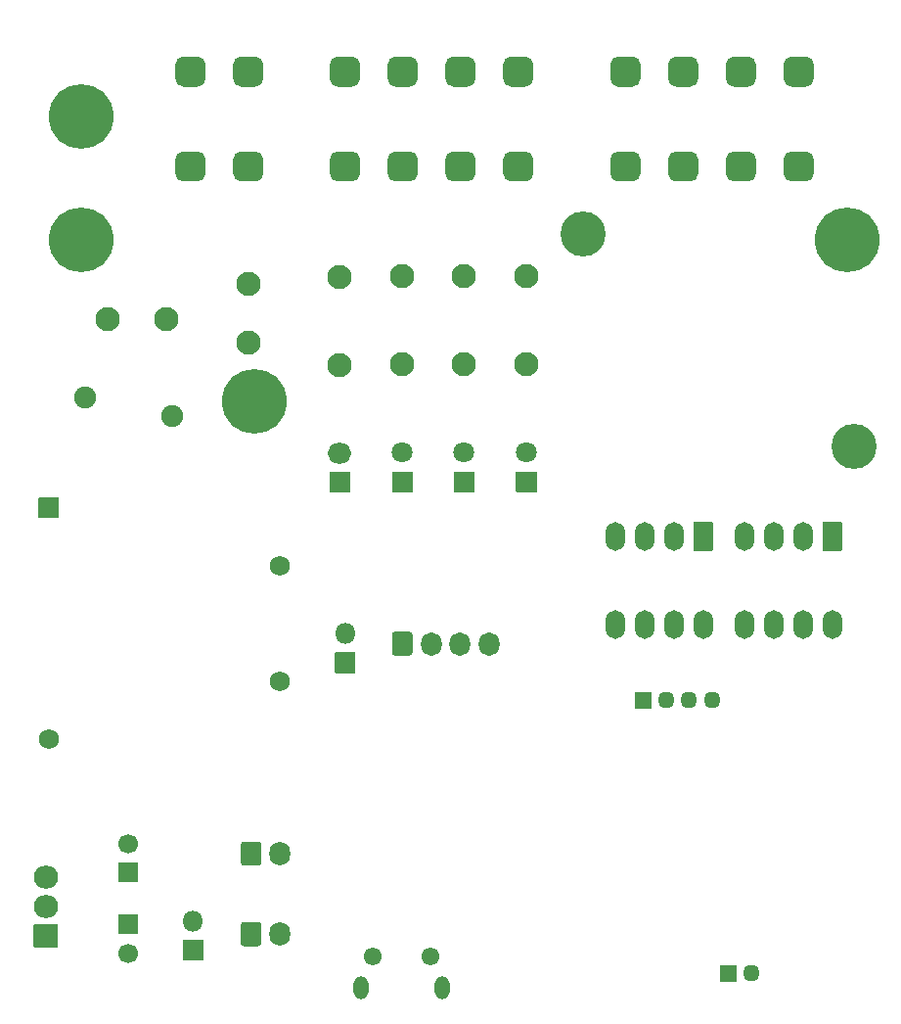
<source format=gbr>
G04 #@! TF.GenerationSoftware,KiCad,Pcbnew,(5.1.12)-1*
G04 #@! TF.CreationDate,2022-01-16T14:13:14-03:00*
G04 #@! TF.ProjectId,hamodule,68616d6f-6475-46c6-952e-6b696361645f,rev?*
G04 #@! TF.SameCoordinates,Original*
G04 #@! TF.FileFunction,Soldermask,Bot*
G04 #@! TF.FilePolarity,Negative*
%FSLAX46Y46*%
G04 Gerber Fmt 4.6, Leading zero omitted, Abs format (unit mm)*
G04 Created by KiCad (PCBNEW (5.1.12)-1) date 2022-01-16 14:13:14*
%MOMM*%
%LPD*%
G01*
G04 APERTURE LIST*
%ADD10C,3.900000*%
%ADD11C,2.700000*%
%ADD12O,1.450000X1.450000*%
%ADD13C,1.550000*%
%ADD14O,1.300000X2.000000*%
%ADD15O,1.800000X2.050000*%
%ADD16O,1.700000X2.500000*%
%ADD17C,5.600000*%
%ADD18O,2.050000X1.800000*%
%ADD19C,2.100000*%
%ADD20C,1.800000*%
%ADD21C,1.700000*%
%ADD22O,2.100000X2.005000*%
%ADD23C,1.750000*%
%ADD24O,1.800000X1.800000*%
%ADD25O,1.800000X2.100000*%
%ADD26C,1.900000*%
G04 APERTURE END LIST*
D10*
X175704500Y-84899500D03*
D11*
X175704500Y-84899500D03*
D10*
X199174100Y-103289100D03*
D11*
X199174100Y-103289100D03*
D12*
X190277500Y-148844000D03*
G36*
G01*
X188952500Y-149569000D02*
X187602500Y-149569000D01*
G75*
G02*
X187552500Y-149519000I0J50000D01*
G01*
X187552500Y-148169000D01*
G75*
G02*
X187602500Y-148119000I50000J0D01*
G01*
X188952500Y-148119000D01*
G75*
G02*
X189002500Y-148169000I0J-50000D01*
G01*
X189002500Y-149519000D01*
G75*
G02*
X188952500Y-149569000I-50000J0D01*
G01*
G37*
G36*
G01*
X181586500Y-125947000D02*
X180236500Y-125947000D01*
G75*
G02*
X180186500Y-125897000I0J50000D01*
G01*
X180186500Y-124547000D01*
G75*
G02*
X180236500Y-124497000I50000J0D01*
G01*
X181586500Y-124497000D01*
G75*
G02*
X181636500Y-124547000I0J-50000D01*
G01*
X181636500Y-125897000D01*
G75*
G02*
X181586500Y-125947000I-50000J0D01*
G01*
G37*
X182911500Y-125222000D03*
X184911500Y-125222000D03*
X186911500Y-125222000D03*
D13*
X157505000Y-147414000D03*
X162505000Y-147414000D03*
D14*
X156505000Y-150114000D03*
X163505000Y-150114000D03*
D15*
X167576500Y-120332500D03*
X165076500Y-120332500D03*
X162576500Y-120332500D03*
G36*
G01*
X159176500Y-121092795D02*
X159176500Y-119572205D01*
G75*
G02*
X159441205Y-119307500I264705J0D01*
G01*
X160711795Y-119307500D01*
G75*
G02*
X160976500Y-119572205I0J-264705D01*
G01*
X160976500Y-121092795D01*
G75*
G02*
X160711795Y-121357500I-264705J0D01*
G01*
X159441205Y-121357500D01*
G75*
G02*
X159176500Y-121092795I0J264705D01*
G01*
G37*
D16*
X197294500Y-118681500D03*
X189674500Y-111061500D03*
X194754500Y-118681500D03*
X192214500Y-111061500D03*
X192214500Y-118681500D03*
X194754500Y-111061500D03*
X189674500Y-118681500D03*
G36*
G01*
X196494500Y-109811500D02*
X198094500Y-109811500D01*
G75*
G02*
X198144500Y-109861500I0J-50000D01*
G01*
X198144500Y-112261500D01*
G75*
G02*
X198094500Y-112311500I-50000J0D01*
G01*
X196494500Y-112311500D01*
G75*
G02*
X196444500Y-112261500I0J50000D01*
G01*
X196444500Y-109861500D01*
G75*
G02*
X196494500Y-109811500I50000J0D01*
G01*
G37*
X186118500Y-118681500D03*
X178498500Y-111061500D03*
X183578500Y-118681500D03*
X181038500Y-111061500D03*
X181038500Y-118681500D03*
X183578500Y-111061500D03*
X178498500Y-118681500D03*
G36*
G01*
X185318500Y-109811500D02*
X186918500Y-109811500D01*
G75*
G02*
X186968500Y-109861500I0J-50000D01*
G01*
X186968500Y-112261500D01*
G75*
G02*
X186918500Y-112311500I-50000J0D01*
G01*
X185318500Y-112311500D01*
G75*
G02*
X185268500Y-112261500I0J50000D01*
G01*
X185268500Y-109861500D01*
G75*
G02*
X185318500Y-109811500I50000J0D01*
G01*
G37*
D17*
X132270500Y-74739500D03*
X198564500Y-85407500D03*
X132270500Y-85407500D03*
G36*
G01*
X195687500Y-78407500D02*
X195687500Y-79707500D01*
G75*
G02*
X195037500Y-80357500I-650000J0D01*
G01*
X193737500Y-80357500D01*
G75*
G02*
X193087500Y-79707500I0J650000D01*
G01*
X193087500Y-78407500D01*
G75*
G02*
X193737500Y-77757500I650000J0D01*
G01*
X195037500Y-77757500D01*
G75*
G02*
X195687500Y-78407500I0J-650000D01*
G01*
G37*
G36*
G01*
X190687500Y-78407500D02*
X190687500Y-79707500D01*
G75*
G02*
X190037500Y-80357500I-650000J0D01*
G01*
X188737500Y-80357500D01*
G75*
G02*
X188087500Y-79707500I0J650000D01*
G01*
X188087500Y-78407500D01*
G75*
G02*
X188737500Y-77757500I650000J0D01*
G01*
X190037500Y-77757500D01*
G75*
G02*
X190687500Y-78407500I0J-650000D01*
G01*
G37*
G36*
G01*
X185687500Y-78407500D02*
X185687500Y-79707500D01*
G75*
G02*
X185037500Y-80357500I-650000J0D01*
G01*
X183737500Y-80357500D01*
G75*
G02*
X183087500Y-79707500I0J650000D01*
G01*
X183087500Y-78407500D01*
G75*
G02*
X183737500Y-77757500I650000J0D01*
G01*
X185037500Y-77757500D01*
G75*
G02*
X185687500Y-78407500I0J-650000D01*
G01*
G37*
G36*
G01*
X180687500Y-78407500D02*
X180687500Y-79707500D01*
G75*
G02*
X180037500Y-80357500I-650000J0D01*
G01*
X178737500Y-80357500D01*
G75*
G02*
X178087500Y-79707500I0J650000D01*
G01*
X178087500Y-78407500D01*
G75*
G02*
X178737500Y-77757500I650000J0D01*
G01*
X180037500Y-77757500D01*
G75*
G02*
X180687500Y-78407500I0J-650000D01*
G01*
G37*
G36*
G01*
X195687500Y-70207501D02*
X195687500Y-71507501D01*
G75*
G02*
X195037500Y-72157501I-650000J0D01*
G01*
X193737500Y-72157501D01*
G75*
G02*
X193087500Y-71507501I0J650000D01*
G01*
X193087500Y-70207501D01*
G75*
G02*
X193737500Y-69557501I650000J0D01*
G01*
X195037500Y-69557501D01*
G75*
G02*
X195687500Y-70207501I0J-650000D01*
G01*
G37*
G36*
G01*
X190687500Y-70207501D02*
X190687500Y-71507501D01*
G75*
G02*
X190037500Y-72157501I-650000J0D01*
G01*
X188737500Y-72157501D01*
G75*
G02*
X188087500Y-71507501I0J650000D01*
G01*
X188087500Y-70207501D01*
G75*
G02*
X188737500Y-69557501I650000J0D01*
G01*
X190037500Y-69557501D01*
G75*
G02*
X190687500Y-70207501I0J-650000D01*
G01*
G37*
G36*
G01*
X185687500Y-70207501D02*
X185687500Y-71507501D01*
G75*
G02*
X185037500Y-72157501I-650000J0D01*
G01*
X183737500Y-72157501D01*
G75*
G02*
X183087500Y-71507501I0J650000D01*
G01*
X183087500Y-70207501D01*
G75*
G02*
X183737500Y-69557501I650000J0D01*
G01*
X185037500Y-69557501D01*
G75*
G02*
X185687500Y-70207501I0J-650000D01*
G01*
G37*
G36*
G01*
X180687500Y-70207501D02*
X180687500Y-71507501D01*
G75*
G02*
X180037500Y-72157501I-650000J0D01*
G01*
X178737500Y-72157501D01*
G75*
G02*
X178087500Y-71507501I0J650000D01*
G01*
X178087500Y-70207501D01*
G75*
G02*
X178737500Y-69557501I650000J0D01*
G01*
X180037500Y-69557501D01*
G75*
G02*
X180687500Y-70207501I0J-650000D01*
G01*
G37*
G36*
G01*
X148048500Y-78407500D02*
X148048500Y-79707500D01*
G75*
G02*
X147398500Y-80357500I-650000J0D01*
G01*
X146098500Y-80357500D01*
G75*
G02*
X145448500Y-79707500I0J650000D01*
G01*
X145448500Y-78407500D01*
G75*
G02*
X146098500Y-77757500I650000J0D01*
G01*
X147398500Y-77757500D01*
G75*
G02*
X148048500Y-78407500I0J-650000D01*
G01*
G37*
G36*
G01*
X143048500Y-78407500D02*
X143048500Y-79707500D01*
G75*
G02*
X142398500Y-80357500I-650000J0D01*
G01*
X141098500Y-80357500D01*
G75*
G02*
X140448500Y-79707500I0J650000D01*
G01*
X140448500Y-78407500D01*
G75*
G02*
X141098500Y-77757500I650000J0D01*
G01*
X142398500Y-77757500D01*
G75*
G02*
X143048500Y-78407500I0J-650000D01*
G01*
G37*
G36*
G01*
X148048500Y-70207501D02*
X148048500Y-71507501D01*
G75*
G02*
X147398500Y-72157501I-650000J0D01*
G01*
X146098500Y-72157501D01*
G75*
G02*
X145448500Y-71507501I0J650000D01*
G01*
X145448500Y-70207501D01*
G75*
G02*
X146098500Y-69557501I650000J0D01*
G01*
X147398500Y-69557501D01*
G75*
G02*
X148048500Y-70207501I0J-650000D01*
G01*
G37*
G36*
G01*
X143048500Y-70207501D02*
X143048500Y-71507501D01*
G75*
G02*
X142398500Y-72157501I-650000J0D01*
G01*
X141098500Y-72157501D01*
G75*
G02*
X140448500Y-71507501I0J650000D01*
G01*
X140448500Y-70207501D01*
G75*
G02*
X141098500Y-69557501I650000J0D01*
G01*
X142398500Y-69557501D01*
G75*
G02*
X143048500Y-70207501I0J-650000D01*
G01*
G37*
G36*
G01*
X171416500Y-78407500D02*
X171416500Y-79707500D01*
G75*
G02*
X170766500Y-80357500I-650000J0D01*
G01*
X169466500Y-80357500D01*
G75*
G02*
X168816500Y-79707500I0J650000D01*
G01*
X168816500Y-78407500D01*
G75*
G02*
X169466500Y-77757500I650000J0D01*
G01*
X170766500Y-77757500D01*
G75*
G02*
X171416500Y-78407500I0J-650000D01*
G01*
G37*
G36*
G01*
X166416500Y-78407500D02*
X166416500Y-79707500D01*
G75*
G02*
X165766500Y-80357500I-650000J0D01*
G01*
X164466500Y-80357500D01*
G75*
G02*
X163816500Y-79707500I0J650000D01*
G01*
X163816500Y-78407500D01*
G75*
G02*
X164466500Y-77757500I650000J0D01*
G01*
X165766500Y-77757500D01*
G75*
G02*
X166416500Y-78407500I0J-650000D01*
G01*
G37*
G36*
G01*
X161416500Y-78407500D02*
X161416500Y-79707500D01*
G75*
G02*
X160766500Y-80357500I-650000J0D01*
G01*
X159466500Y-80357500D01*
G75*
G02*
X158816500Y-79707500I0J650000D01*
G01*
X158816500Y-78407500D01*
G75*
G02*
X159466500Y-77757500I650000J0D01*
G01*
X160766500Y-77757500D01*
G75*
G02*
X161416500Y-78407500I0J-650000D01*
G01*
G37*
G36*
G01*
X156416500Y-78407500D02*
X156416500Y-79707500D01*
G75*
G02*
X155766500Y-80357500I-650000J0D01*
G01*
X154466500Y-80357500D01*
G75*
G02*
X153816500Y-79707500I0J650000D01*
G01*
X153816500Y-78407500D01*
G75*
G02*
X154466500Y-77757500I650000J0D01*
G01*
X155766500Y-77757500D01*
G75*
G02*
X156416500Y-78407500I0J-650000D01*
G01*
G37*
G36*
G01*
X171416500Y-70207501D02*
X171416500Y-71507501D01*
G75*
G02*
X170766500Y-72157501I-650000J0D01*
G01*
X169466500Y-72157501D01*
G75*
G02*
X168816500Y-71507501I0J650000D01*
G01*
X168816500Y-70207501D01*
G75*
G02*
X169466500Y-69557501I650000J0D01*
G01*
X170766500Y-69557501D01*
G75*
G02*
X171416500Y-70207501I0J-650000D01*
G01*
G37*
G36*
G01*
X166416500Y-70207501D02*
X166416500Y-71507501D01*
G75*
G02*
X165766500Y-72157501I-650000J0D01*
G01*
X164466500Y-72157501D01*
G75*
G02*
X163816500Y-71507501I0J650000D01*
G01*
X163816500Y-70207501D01*
G75*
G02*
X164466500Y-69557501I650000J0D01*
G01*
X165766500Y-69557501D01*
G75*
G02*
X166416500Y-70207501I0J-650000D01*
G01*
G37*
G36*
G01*
X161416500Y-70207501D02*
X161416500Y-71507501D01*
G75*
G02*
X160766500Y-72157501I-650000J0D01*
G01*
X159466500Y-72157501D01*
G75*
G02*
X158816500Y-71507501I0J650000D01*
G01*
X158816500Y-70207501D01*
G75*
G02*
X159466500Y-69557501I650000J0D01*
G01*
X160766500Y-69557501D01*
G75*
G02*
X161416500Y-70207501I0J-650000D01*
G01*
G37*
G36*
G01*
X156416500Y-70207501D02*
X156416500Y-71507501D01*
G75*
G02*
X155766500Y-72157501I-650000J0D01*
G01*
X154466500Y-72157501D01*
G75*
G02*
X153816500Y-71507501I0J650000D01*
G01*
X153816500Y-70207501D01*
G75*
G02*
X154466500Y-69557501I650000J0D01*
G01*
X155766500Y-69557501D01*
G75*
G02*
X156416500Y-70207501I0J-650000D01*
G01*
G37*
G36*
G01*
X155536000Y-107262500D02*
X153836000Y-107262500D01*
G75*
G02*
X153786000Y-107212500I0J50000D01*
G01*
X153786000Y-105512500D01*
G75*
G02*
X153836000Y-105462500I50000J0D01*
G01*
X155536000Y-105462500D01*
G75*
G02*
X155586000Y-105512500I0J-50000D01*
G01*
X155586000Y-107212500D01*
G75*
G02*
X155536000Y-107262500I-50000J0D01*
G01*
G37*
D18*
X154686000Y-103822500D03*
D19*
X154686000Y-96202500D03*
X154686000Y-88582500D03*
G36*
G01*
X171675500Y-107243001D02*
X169975500Y-107243001D01*
G75*
G02*
X169925500Y-107193001I0J50000D01*
G01*
X169925500Y-105493001D01*
G75*
G02*
X169975500Y-105443001I50000J0D01*
G01*
X171675500Y-105443001D01*
G75*
G02*
X171725500Y-105493001I0J-50000D01*
G01*
X171725500Y-107193001D01*
G75*
G02*
X171675500Y-107243001I-50000J0D01*
G01*
G37*
D20*
X170825500Y-103803001D03*
D19*
X170825500Y-96183001D03*
X170825500Y-88563001D03*
G36*
G01*
X166278000Y-107243001D02*
X164578000Y-107243001D01*
G75*
G02*
X164528000Y-107193001I0J50000D01*
G01*
X164528000Y-105493001D01*
G75*
G02*
X164578000Y-105443001I50000J0D01*
G01*
X166278000Y-105443001D01*
G75*
G02*
X166328000Y-105493001I0J-50000D01*
G01*
X166328000Y-107193001D01*
G75*
G02*
X166278000Y-107243001I-50000J0D01*
G01*
G37*
D20*
X165428000Y-103803001D03*
D19*
X165428000Y-96183001D03*
X165428000Y-88563001D03*
G36*
G01*
X160933500Y-107243001D02*
X159233500Y-107243001D01*
G75*
G02*
X159183500Y-107193001I0J50000D01*
G01*
X159183500Y-105493001D01*
G75*
G02*
X159233500Y-105443001I50000J0D01*
G01*
X160933500Y-105443001D01*
G75*
G02*
X160983500Y-105493001I0J-50000D01*
G01*
X160983500Y-107193001D01*
G75*
G02*
X160933500Y-107243001I-50000J0D01*
G01*
G37*
D20*
X160083500Y-103803001D03*
D19*
X160083500Y-96183001D03*
X160083500Y-88563001D03*
D21*
X136334500Y-147089500D03*
G36*
G01*
X135534500Y-143739500D02*
X137134500Y-143739500D01*
G75*
G02*
X137184500Y-143789500I0J-50000D01*
G01*
X137184500Y-145389500D01*
G75*
G02*
X137134500Y-145439500I-50000J0D01*
G01*
X135534500Y-145439500D01*
G75*
G02*
X135484500Y-145389500I0J50000D01*
G01*
X135484500Y-143789500D01*
G75*
G02*
X135534500Y-143739500I50000J0D01*
G01*
G37*
X136334500Y-137604500D03*
G36*
G01*
X137134500Y-140954500D02*
X135534500Y-140954500D01*
G75*
G02*
X135484500Y-140904500I0J50000D01*
G01*
X135484500Y-139304500D01*
G75*
G02*
X135534500Y-139254500I50000J0D01*
G01*
X137134500Y-139254500D01*
G75*
G02*
X137184500Y-139304500I0J-50000D01*
G01*
X137184500Y-140904500D01*
G75*
G02*
X137134500Y-140954500I-50000J0D01*
G01*
G37*
D22*
X129222500Y-140525500D03*
X129222500Y-143065500D03*
G36*
G01*
X130222500Y-146608000D02*
X128222500Y-146608000D01*
G75*
G02*
X128172500Y-146558000I0J50000D01*
G01*
X128172500Y-144653000D01*
G75*
G02*
X128222500Y-144603000I50000J0D01*
G01*
X130222500Y-144603000D01*
G75*
G02*
X130272500Y-144653000I0J-50000D01*
G01*
X130272500Y-146558000D01*
G75*
G02*
X130222500Y-146608000I-50000J0D01*
G01*
G37*
D23*
X149476500Y-113587500D03*
X149476500Y-123587500D03*
X129476500Y-128587500D03*
G36*
G01*
X128601500Y-109412500D02*
X128601500Y-107762500D01*
G75*
G02*
X128651500Y-107712500I50000J0D01*
G01*
X130301500Y-107712500D01*
G75*
G02*
X130351500Y-107762500I0J-50000D01*
G01*
X130351500Y-109412500D01*
G75*
G02*
X130301500Y-109462500I-50000J0D01*
G01*
X128651500Y-109462500D01*
G75*
G02*
X128601500Y-109412500I0J50000D01*
G01*
G37*
D19*
X139636500Y-92265500D03*
X134556500Y-92265500D03*
D24*
X141973300Y-144310100D03*
G36*
G01*
X142873300Y-146000100D02*
X142873300Y-147700100D01*
G75*
G02*
X142823300Y-147750100I-50000J0D01*
G01*
X141123300Y-147750100D01*
G75*
G02*
X141073300Y-147700100I0J50000D01*
G01*
X141073300Y-146000100D01*
G75*
G02*
X141123300Y-145950100I50000J0D01*
G01*
X142823300Y-145950100D01*
G75*
G02*
X142873300Y-146000100I0J-50000D01*
G01*
G37*
D25*
X149491700Y-145453100D03*
G36*
G01*
X146091700Y-146238395D02*
X146091700Y-144667805D01*
G75*
G02*
X146356405Y-144403100I264705J0D01*
G01*
X147626995Y-144403100D01*
G75*
G02*
X147891700Y-144667805I0J-264705D01*
G01*
X147891700Y-146238395D01*
G75*
G02*
X147626995Y-146503100I-264705J0D01*
G01*
X146356405Y-146503100D01*
G75*
G02*
X146091700Y-146238395I0J264705D01*
G01*
G37*
D24*
X155130500Y-119443500D03*
G36*
G01*
X156030500Y-121133500D02*
X156030500Y-122833500D01*
G75*
G02*
X155980500Y-122883500I-50000J0D01*
G01*
X154280500Y-122883500D01*
G75*
G02*
X154230500Y-122833500I0J50000D01*
G01*
X154230500Y-121133500D01*
G75*
G02*
X154280500Y-121083500I50000J0D01*
G01*
X155980500Y-121083500D01*
G75*
G02*
X156030500Y-121133500I0J-50000D01*
G01*
G37*
D26*
X140144500Y-100647500D03*
X132644500Y-99014170D03*
D25*
X149502500Y-138493500D03*
G36*
G01*
X146102500Y-139278795D02*
X146102500Y-137708205D01*
G75*
G02*
X146367205Y-137443500I264705J0D01*
G01*
X147637795Y-137443500D01*
G75*
G02*
X147902500Y-137708205I0J-264705D01*
G01*
X147902500Y-139278795D01*
G75*
G02*
X147637795Y-139543500I-264705J0D01*
G01*
X146367205Y-139543500D01*
G75*
G02*
X146102500Y-139278795I0J264705D01*
G01*
G37*
D17*
X147256500Y-99377500D03*
D19*
X146748500Y-94297500D03*
X146748500Y-89217500D03*
M02*

</source>
